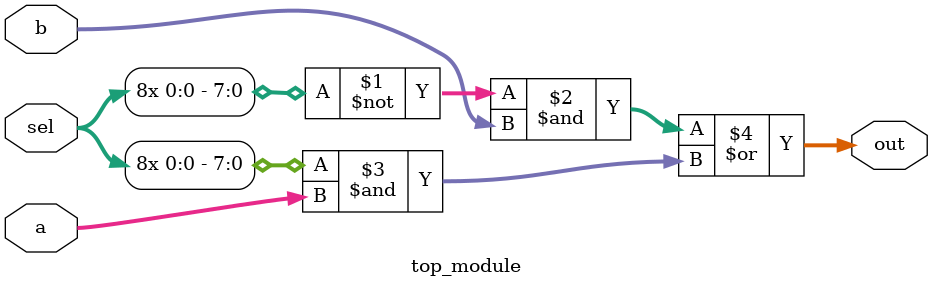
<source format=v>
module top_module (
    input sel,
    input [7:0] a,
    input [7:0] b,
    output [7:0] out
);
    assign out = (~{8{sel}} & b) | ({8{sel}} & a);
endmodule

</source>
